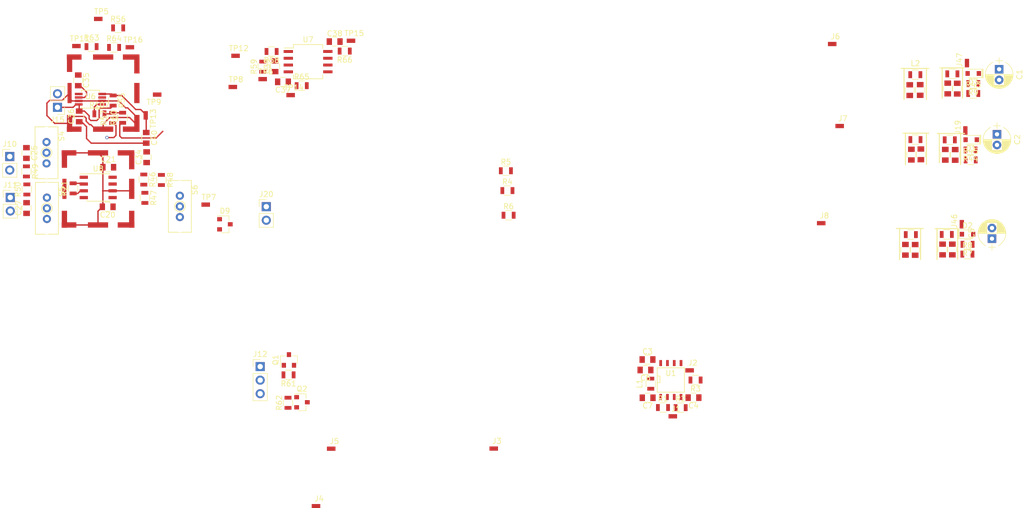
<source format=kicad_pcb>
(kicad_pcb (version 4) (host pcbnew 4.0.7)
  (layers (0 F.Cu signal) (31 B.Cu signal) (34 B.Paste user) (35 F.Paste user) (36 B.SilkS user) (37 F.SilkS user) (38 B.Mask user) (39 F.Mask user) (44 Edge.Cuts user))
  (net 0 "")
  (net 1 +5V)
  (net 2 GND)
  (net 3 +3V3)
  (net 4 -5V)
  (net 5 "Net-(C6-Pad1)")
  (net 6 "Net-(C7-Pad1)")
  (net 7 /sheet5A330121/V+_IN)
  (net 8 "Net-(C10-Pad1)")
  (net 9 "Net-(C11-Pad1)")
  (net 10 "Net-(C12-Pad1)")
  (net 11 "Net-(C13-Pad1)")
  (net 12 "Net-(C14-Pad1)")
  (net 13 "Net-(C15-Pad1)")
  (net 14 "Net-(C16-Pad1)")
  (net 15 /sheet5A330123/in-)
  (net 16 /sheet5A330123/in+)
  (net 17 "Net-(C34-Pad2)")
  (net 18 "Net-(C35-Pad2)")
  (net 19 /sheet5A330123/I_IN)
  (net 20 "Net-(C37-Pad1)")
  (net 21 "Net-(C38-Pad2)")
  (net 22 "Net-(C39-Pad1)")
  (net 23 "Net-(C39-Pad2)")
  (net 24 "Net-(C40-Pad1)")
  (net 25 "Net-(D1-Pad1)")
  (net 26 "Net-(D2-Pad2)")
  (net 27 "Net-(D3-Pad1)")
  (net 28 /sheet5A330123/amplifie_signal)
  (net 29 "Net-(J1-Pad1)")
  (net 30 /sheet5A330121/V-_IN)
  (net 31 /sheet5A330121/GND_IN)
  (net 32 "Net-(J17-Pad1)")
  (net 33 /REF)
  (net 34 "Net-(R7-Pad2)")
  (net 35 "Net-(R43-Pad1)")
  (net 36 "Net-(R21-Pad1)")
  (net 37 "Net-(R21-Pad2)")
  (net 38 "Net-(R44-Pad2)")
  (net 39 "Net-(R46-Pad1)")
  (net 40 "Net-(R46-Pad2)")
  (net 41 "Net-(R60-Pad1)")
  (net 42 "Net-(R64-Pad2)")
  (net 43 "Net-(S4-Pad2)")
  (net 44 "Net-(S5-Pad2)")
  (net 45 "Net-(U6-Pad5)")
  (net 46 "Net-(R107-Pad2)")
  (net 47 "Net-(R107-Pad1)")
  (module Capacitors_THT:CP_Radial_D5.0mm_P2.00mm (layer F.Cu) (at 270.5608 66.3194 270)
    (fp_text reference C1 (at 1 -3.81 270) (layer F.SilkS))
    (fp_text value 10u)
    (pad 1 thru_hole rect (at 0 0 270) (size 1.6 1.6) (drill 0.8) (layers *.Cu *.Mask) (net 1 +5V))
    (pad 2 thru_hole circle (at 2 0 270) (size 1.6 1.6) (drill 0.8) (layers *.Cu *.Mask) (net 2 GND))
  )
  (module Capacitors_THT:CP_Radial_D5.0mm_P2.00mm (layer F.Cu) (at 270.1544 78.5114 270)
    (fp_text reference C2 (at 1 -3.81 270) (layer F.SilkS))
    (fp_text value 10u)
    (pad 1 thru_hole rect (at 0 0 270) (size 1.6 1.6) (drill 0.8) (layers *.Cu *.Mask) (net 3 +3V3))
    (pad 2 thru_hole circle (at 2 0 270) (size 1.6 1.6) (drill 0.8) (layers *.Cu *.Mask) (net 2 GND))
  )
  (module Capacitors_SMD:C_0805 (layer F.Cu) (at 204.724 120.7262)
    (fp_text reference C3 (at 0 -1.5) (layer F.SilkS))
    (fp_text value 0.1u)
    (pad 1 smd rect (at -1 0) (size 1 1.25) (layers F.Cu F.Paste F.Mask) (net 2 GND))
    (pad 2 smd rect (at 1 0) (size 1 1.25) (layers F.Cu F.Paste F.Mask) (net 1 +5V))
  )
  (module Capacitors_SMD:C_0805 (layer F.Cu) (at 213.3346 127.8636 180)
    (fp_text reference C4 (at 0 -1.5 180) (layer F.SilkS))
    (fp_text value 0.1u)
    (pad 1 smd rect (at -1 0 180) (size 1 1.25) (layers F.Cu F.Paste F.Mask) (net 2 GND))
    (pad 2 smd rect (at 1 0 180) (size 1 1.25) (layers F.Cu F.Paste F.Mask) (net 4 -5V))
  )
  (module Capacitors_THT:CP_Radial_D5.0mm_P2.00mm (layer F.Cu) (at 269.2146 98.0694 90)
    (fp_text reference C5 (at 1 -3.81 90) (layer F.SilkS))
    (fp_text value 10u)
    (pad 1 thru_hole rect (at 0 0 90) (size 1.6 1.6) (drill 0.8) (layers *.Cu *.Mask) (net 2 GND))
    (pad 2 thru_hole circle (at 2 0 90) (size 1.6 1.6) (drill 0.8) (layers *.Cu *.Mask) (net 4 -5V))
  )
  (module Capacitors_SMD:C_0805 (layer F.Cu) (at 204.343 122.682 180)
    (fp_text reference C6 (at 0 -1.5 180) (layer F.SilkS))
    (fp_text value 0.1uF)
    (pad 1 smd rect (at -1 0 180) (size 1 1.25) (layers F.Cu F.Paste F.Mask) (net 5 "Net-(C6-Pad1)"))
    (pad 2 smd rect (at 1 0 180) (size 1 1.25) (layers F.Cu F.Paste F.Mask) (net 2 GND))
  )
  (module Capacitors_SMD:C_0805 (layer F.Cu) (at 204.7494 127.889 180)
    (fp_text reference C7 (at 0 -1.5 180) (layer F.SilkS))
    (fp_text value 0.1uF)
    (pad 1 smd rect (at -1 0 180) (size 1 1.25) (layers F.Cu F.Paste F.Mask) (net 6 "Net-(C7-Pad1)"))
    (pad 2 smd rect (at 1 0 180) (size 1 1.25) (layers F.Cu F.Paste F.Mask) (net 2 GND))
  )
  (module Capacitors_SMD:C_0805 (layer F.Cu) (at 253.8222 70.231 270)
    (fp_text reference C8 hide)
    (fp_text value 0.1uF hide)
    (pad 1 smd rect (at -1 0 270) (size 1 1.25) (layers F.Cu F.Paste F.Mask) (net 7 /sheet5A330121/V+_IN))
    (pad 2 smd rect (at 1 0 270) (size 1 1.25) (layers F.Cu F.Paste F.Mask) (net 2 GND))
  )
  (module Capacitors_SMD:C_0805 (layer F.Cu) (at 254.127 82.3214 270)
    (fp_text reference C9 hide)
    (fp_text value 0.1uF hide)
    (pad 1 smd rect (at -1 0 270) (size 1 1.25) (layers F.Cu F.Paste F.Mask) (net 7 /sheet5A330121/V+_IN))
    (pad 2 smd rect (at 1 0 270) (size 1 1.25) (layers F.Cu F.Paste F.Mask) (net 2 GND))
  )
  (module Capacitors_SMD:C_0805 (layer F.Cu) (at 254.8382 100.1776 270)
    (fp_text reference C10 hide)
    (fp_text value 0.1uF hide)
    (pad 1 smd rect (at -1 0 270) (size 1 1.25) (layers F.Cu F.Paste F.Mask) (net 8 "Net-(C10-Pad1)"))
    (pad 2 smd rect (at 1 0 270) (size 1 1.25) (layers F.Cu F.Paste F.Mask) (net 2 GND))
  )
  (module Capacitors_SMD:C_0805 (layer F.Cu) (at 255.778 70.2056 270)
    (fp_text reference C11 hide)
    (fp_text value 0.1uF hide)
    (pad 1 smd rect (at -1 0 270) (size 1 1.25) (layers F.Cu F.Paste F.Mask) (net 9 "Net-(C11-Pad1)"))
    (pad 2 smd rect (at 1 0 270) (size 1 1.25) (layers F.Cu F.Paste F.Mask) (net 2 GND))
  )
  (module Capacitors_SMD:C_0805 (layer F.Cu) (at 255.905 82.2706 270)
    (fp_text reference C12 hide)
    (fp_text value 0.1uF hide)
    (pad 1 smd rect (at -1 0 270) (size 1 1.25) (layers F.Cu F.Paste F.Mask) (net 10 "Net-(C12-Pad1)"))
    (pad 2 smd rect (at 1 0 270) (size 1 1.25) (layers F.Cu F.Paste F.Mask) (net 2 GND))
  )
  (module Capacitors_SMD:C_0805 (layer F.Cu) (at 253.0094 100.1522 270)
    (fp_text reference C13 hide)
    (fp_text value 0.1uF hide)
    (pad 1 smd rect (at -1 0 270) (size 1 1.25) (layers F.Cu F.Paste F.Mask) (net 11 "Net-(C13-Pad1)"))
    (pad 2 smd rect (at 1 0 270) (size 1 1.25) (layers F.Cu F.Paste F.Mask) (net 2 GND))
  )
  (module Capacitors_SMD:C_0805 (layer F.Cu) (at 259.969 100.1014 270)
    (fp_text reference C14 hide)
    (fp_text value 0.1uF hide)
    (pad 1 smd rect (at -1 0 270) (size 1 1.25) (layers F.Cu F.Paste F.Mask) (net 12 "Net-(C14-Pad1)"))
    (pad 2 smd rect (at 1 0 270) (size 1 1.25) (layers F.Cu F.Paste F.Mask) (net 2 GND))
  )
  (module Capacitors_SMD:C_0805 (layer F.Cu) (at 260.477 82.3468 270)
    (fp_text reference C15 hide)
    (fp_text value 0.1uF hide)
    (pad 1 smd rect (at -1 0 270) (size 1 1.25) (layers F.Cu F.Paste F.Mask) (net 13 "Net-(C15-Pad1)"))
    (pad 2 smd rect (at 1 0 270) (size 1 1.25) (layers F.Cu F.Paste F.Mask) (net 2 GND))
  )
  (module Capacitors_SMD:C_0805 (layer F.Cu) (at 260.9342 69.9262 270)
    (fp_text reference C16 hide)
    (fp_text value 0.1uF hide)
    (pad 1 smd rect (at -1 0 270) (size 1 1.25) (layers F.Cu F.Paste F.Mask) (net 14 "Net-(C16-Pad1)"))
    (pad 2 smd rect (at 1 0 270) (size 1 1.25) (layers F.Cu F.Paste F.Mask) (net 2 GND))
  )
  (module Capacitors_SMD:C_0805 (layer F.Cu) (at 261.7978 100.1014 270)
    (fp_text reference C17 hide)
    (fp_text value 0.1uF hide)
    (pad 1 smd rect (at -1 0 270) (size 1 1.25) (layers F.Cu F.Paste F.Mask) (net 4 -5V))
    (pad 2 smd rect (at 1 0 270) (size 1 1.25) (layers F.Cu F.Paste F.Mask) (net 2 GND))
  )
  (module Capacitors_SMD:C_0805 (layer F.Cu) (at 262.3312 82.3722 270)
    (fp_text reference C18 hide)
    (fp_text value 0.1uF hide)
    (pad 1 smd rect (at -1 0 270) (size 1 1.25) (layers F.Cu F.Paste F.Mask) (net 3 +3V3))
    (pad 2 smd rect (at 1 0 270) (size 1 1.25) (layers F.Cu F.Paste F.Mask) (net 2 GND))
  )
  (module Capacitors_SMD:C_0805 (layer F.Cu) (at 262.7122 69.9516 270)
    (fp_text reference C19 hide)
    (fp_text value 0.1uF hide)
    (pad 1 smd rect (at -1 0 270) (size 1 1.25) (layers F.Cu F.Paste F.Mask) (net 1 +5V))
    (pad 2 smd rect (at 1 0 270) (size 1 1.25) (layers F.Cu F.Paste F.Mask) (net 2 GND))
  )
  (module Capacitors_SMD:C_0805 (layer F.Cu) (at 103.6574 92.1004 180)
    (fp_text reference C20 (at 0 -1.5 180) (layer F.SilkS))
    (fp_text value 0.1u)
    (pad 1 smd rect (at -1 0 180) (size 1 1.25) (layers F.Cu F.Paste F.Mask) (net 4 -5V))
    (pad 2 smd rect (at 1 0 180) (size 1 1.25) (layers F.Cu F.Paste F.Mask) (net 2 GND))
  )
  (module Capacitors_SMD:C_0805 (layer F.Cu) (at 103.759 84.6836)
    (fp_text reference C21 (at 0 -1.5) (layer F.SilkS))
    (fp_text value 0.1u)
    (pad 1 smd rect (at -1 0) (size 1 1.25) (layers F.Cu F.Paste F.Mask) (net 2 GND))
    (pad 2 smd rect (at 1 0) (size 1 1.25) (layers F.Cu F.Paste F.Mask) (net 1 +5V))
  )
  (module Capacitors_SMD:C_0805 (layer F.Cu) (at 88.4428 82.0166 270)
    (fp_text reference C25 (at 0 -1.5 270) (layer F.SilkS))
    (fp_text value 10pF)
    (pad 1 smd rect (at -1 0 270) (size 1 1.25) (layers F.Cu F.Paste F.Mask) (net 2 GND))
    (pad 2 smd rect (at 1 0 270) (size 1 1.25) (layers F.Cu F.Paste F.Mask) (net 15 /sheet5A330123/in-))
  )
  (module Capacitors_SMD:C_0805 (layer F.Cu) (at 88.4682 92.329 90)
    (fp_text reference C27 (at 0 -1.5 90) (layer F.SilkS))
    (fp_text value 10pF)
    (pad 1 smd rect (at -1 0 90) (size 1 1.25) (layers F.Cu F.Paste F.Mask) (net 2 GND))
    (pad 2 smd rect (at 1 0 90) (size 1 1.25) (layers F.Cu F.Paste F.Mask) (net 16 /sheet5A330123/in+))
  )
  (module Capacitors_SMD:C_0805 (layer F.Cu) (at 110.9472 82.804 90)
    (fp_text reference C34 (at 0 -1.5 90) (layer F.SilkS))
    (fp_text value 200pF)
    (pad 1 smd rect (at -1 0 90) (size 1 1.25) (layers F.Cu F.Paste F.Mask) (net 2 GND))
    (pad 2 smd rect (at 1 0 90) (size 1 1.25) (layers F.Cu F.Paste F.Mask) (net 17 "Net-(C34-Pad2)"))
  )
  (module Capacitors_SMD:C_0805 (layer F.Cu) (at 98.1456 68.4022 270)
    (fp_text reference C35 (at 0 -1.5 270) (layer F.SilkS))
    (fp_text value 0.1u)
    (pad 1 smd rect (at -1 0 270) (size 1 1.25) (layers F.Cu F.Paste F.Mask) (net 2 GND))
    (pad 2 smd rect (at 1 0 270) (size 1 1.25) (layers F.Cu F.Paste F.Mask) (net 18 "Net-(C35-Pad2)"))
  )
  (module Capacitors_SMD:C_0805 (layer F.Cu) (at 98.3234 75.1586 90)
    (fp_text reference C36 (at 0 -1.5 90) (layer F.SilkS))
    (fp_text value 10pF)
    (pad 1 smd rect (at -1 0 90) (size 1 1.25) (layers F.Cu F.Paste F.Mask) (net 17 "Net-(C34-Pad2)"))
    (pad 2 smd rect (at 1 0 90) (size 1 1.25) (layers F.Cu F.Paste F.Mask) (net 19 /sheet5A330123/I_IN))
  )
  (module Capacitors_SMD:C_0805 (layer F.Cu) (at 136.4742 68.6816 180)
    (fp_text reference C37 (at 0 -1.5 180) (layer F.SilkS))
    (fp_text value 0.1u)
    (pad 1 smd rect (at -1 0 180) (size 1 1.25) (layers F.Cu F.Paste F.Mask) (net 20 "Net-(C37-Pad1)"))
    (pad 2 smd rect (at 1 0 180) (size 1 1.25) (layers F.Cu F.Paste F.Mask) (net 2 GND))
  )
  (module Capacitors_SMD:C_0805 (layer F.Cu) (at 146.1516 61.1378)
    (fp_text reference C38 (at 0 -1.5) (layer F.SilkS))
    (fp_text value 0.1u)
    (pad 1 smd rect (at -1 0) (size 1 1.25) (layers F.Cu F.Paste F.Mask) (net 2 GND))
    (pad 2 smd rect (at 1 0) (size 1 1.25) (layers F.Cu F.Paste F.Mask) (net 21 "Net-(C38-Pad2)"))
  )
  (module Capacitors_SMD:C_0805 (layer F.Cu) (at 135.001 65.7606 90)
    (fp_text reference C39 (at 0 -1.5 90) (layer F.SilkS))
    (fp_text value C)
    (pad 1 smd rect (at -1 0 90) (size 1 1.25) (layers F.Cu F.Paste F.Mask) (net 22 "Net-(C39-Pad1)"))
    (pad 2 smd rect (at 1 0 90) (size 1 1.25) (layers F.Cu F.Paste F.Mask) (net 23 "Net-(C39-Pad2)"))
  )
  (module Capacitors_SMD:C_0805 (layer F.Cu) (at 110.871 79.1718 270)
    (fp_text reference C40 (at 0 -1.5 270) (layer F.SilkS))
    (fp_text value 10pF)
    (pad 1 smd rect (at -1 0 270) (size 1 1.25) (layers F.Cu F.Paste F.Mask) (net 24 "Net-(C40-Pad1)"))
    (pad 2 smd rect (at 1 0 270) (size 1 1.25) (layers F.Cu F.Paste F.Mask) (net 17 "Net-(C34-Pad2)"))
  )
  (module Diodes_SMD:D_0805 (layer F.Cu) (at 265.3284 79.5274 180)
    (fp_text reference D1 (at 0 -1.6 180) (layer F.SilkS))
    (fp_text value LED)
    (pad 1 smd rect (at -1.05 0 180) (size 0.8 0.9) (layers F.Cu F.Paste F.Mask) (net 25 "Net-(D1-Pad1)"))
    (pad 2 smd rect (at 1.05 0 180) (size 0.8 0.9) (layers F.Cu F.Paste F.Mask) (net 3 +3V3))
  )
  (module Diodes_SMD:D_0805 (layer F.Cu) (at 264.6426 97.2312)
    (fp_text reference D2 (at 0 -1.6) (layer F.SilkS))
    (fp_text value LED)
    (pad 1 smd rect (at -1.05 0) (size 0.8 0.9) (layers F.Cu F.Paste F.Mask) (net 4 -5V))
    (pad 2 smd rect (at 1.05 0) (size 0.8 0.9) (layers F.Cu F.Paste F.Mask) (net 26 "Net-(D2-Pad2)"))
  )
  (module Diodes_SMD:D_0805 (layer F.Cu) (at 265.7094 67.1068 180)
    (fp_text reference D3 (at 0 -1.6 180) (layer F.SilkS))
    (fp_text value LED)
    (pad 1 smd rect (at -1.05 0 180) (size 0.8 0.9) (layers F.Cu F.Paste F.Mask) (net 27 "Net-(D3-Pad1)"))
    (pad 2 smd rect (at 1.05 0 180) (size 0.8 0.9) (layers F.Cu F.Paste F.Mask) (net 1 +5V))
  )
  (module TO_SOT_Packages_SMD:SOT-23 (layer F.Cu) (at 125.603 95.377)
    (fp_text reference D9 (at 0 -2.5) (layer F.SilkS))
    (fp_text value BAT54S)
    (pad 1 smd rect (at -1 -0.95) (size 0.9 0.8) (layers F.Cu F.Paste F.Mask) (net 2 GND))
    (pad 2 smd rect (at -1 0.95) (size 0.9 0.8) (layers F.Cu F.Paste F.Mask) (net 3 +3V3))
    (pad 3 smd rect (at 1 0) (size 0.9 0.8) (layers F.Cu F.Paste F.Mask) (net 28 /sheet5A330123/amplifie_signal))
  )
  (module footprints:tyco_RCU_0603_Probe_Pad (layer F.Cu) (at 210.058 129.4638)
    (fp_text reference J1 (at 0 0.5) (layer F.SilkS))
    (fp_text value vref-in)
    (pad 1 smd rect (at -0.6 1.9) (size 1.6 0.8) (layers F.Cu F.Paste F.Mask) (net 29 "Net-(J1-Pad1)"))
  )
  (module footprints:tyco_RCU_0603_Probe_Pad (layer F.Cu) (at 213.2076 120.8532)
    (fp_text reference J2 (at 0 0.5) (layer F.SilkS))
    (fp_text value vref)
    (pad 1 smd rect (at -0.6 1.9) (size 1.6 0.8) (layers F.Cu F.Paste F.Mask) (net 6 "Net-(C7-Pad1)"))
  )
  (module footprints:tyco_RCU_0603_Probe_Pad (layer F.Cu) (at 176.53 135.509)
    (fp_text reference J3 (at 0 0.5) (layer F.SilkS))
    (fp_text value V-IN)
    (pad 1 smd rect (at -0.6 1.9) (size 1.6 0.8) (layers F.Cu F.Paste F.Mask) (net 30 /sheet5A330121/V-_IN))
  )
  (module footprints:tyco_RCU_0603_Probe_Pad (layer F.Cu) (at 143.256 146.304)
    (fp_text reference J4 (at 0 0.5) (layer F.SilkS))
    (fp_text value GND)
    (pad 1 smd rect (at -0.6 1.9) (size 1.6 0.8) (layers F.Cu F.Paste F.Mask) (net 2 GND))
  )
  (module footprints:tyco_RCU_0603_Probe_Pad (layer F.Cu) (at 146.1008 135.5344)
    (fp_text reference J5 (at 0 0.5) (layer F.SilkS))
    (fp_text value V+IN)
    (pad 1 smd rect (at -0.6 1.9) (size 1.6 0.8) (layers F.Cu F.Paste F.Mask) (net 7 /sheet5A330121/V+_IN))
  )
  (module footprints:tyco_RCU_0603_Probe_Pad (layer F.Cu) (at 239.903 59.69)
    (fp_text reference J6 (at 0 0.5) (layer F.SilkS))
    (fp_text value +5V)
    (pad 1 smd rect (at -0.6 1.9) (size 1.6 0.8) (layers F.Cu F.Paste F.Mask) (net 1 +5V))
  )
  (module footprints:tyco_RCU_0603_Probe_Pad (layer F.Cu) (at 241.3 75.057)
    (fp_text reference J7 (at 0 0.5) (layer F.SilkS))
    (fp_text value +3V3)
    (pad 1 smd rect (at -0.6 1.9) (size 1.6 0.8) (layers F.Cu F.Paste F.Mask) (net 3 +3V3))
  )
  (module footprints:tyco_RCU_0603_Probe_Pad (layer F.Cu) (at 237.8456 93.2688)
    (fp_text reference J8 (at 0 0.5) (layer F.SilkS))
    (fp_text value -5V)
    (pad 1 smd rect (at -0.6 1.9) (size 1.6 0.8) (layers F.Cu F.Paste F.Mask) (net 4 -5V))
  )
  (module Pin_Headers:Pin_Header_Straight_1x02_Pitch2.54mm (layer F.Cu) (at 85.3186 82.677)
    (fp_text reference J10 (at 0 -2.33) (layer F.SilkS))
    (fp_text value "A IN")
    (pad 1 thru_hole rect (at 0 0) (size 1.7 1.7) (drill 1) (layers *.Cu *.Mask) (net 2 GND))
    (pad 2 thru_hole oval (at 0 2.54) (size 1.7 1.7) (drill 1) (layers *.Cu *.Mask) (net 15 /sheet5A330123/in-))
  )
  (module Pin_Headers:Pin_Header_Straight_1x02_Pitch2.54mm (layer F.Cu) (at 85.4202 90.3478)
    (fp_text reference J11 (at 0 -2.33) (layer F.SilkS))
    (fp_text value "B IN")
    (pad 1 thru_hole rect (at 0 0) (size 1.7 1.7) (drill 1) (layers *.Cu *.Mask) (net 16 /sheet5A330123/in+))
    (pad 2 thru_hole oval (at 0 2.54) (size 1.7 1.7) (drill 1) (layers *.Cu *.Mask) (net 2 GND))
  )
  (module Pin_Headers:Pin_Header_Straight_1x03_Pitch2.54mm (layer F.Cu) (at 132.207 122.047)
    (fp_text reference J12 (at 0 -2.33) (layer F.SilkS))
    (fp_text value POWER_IN)
    (pad 1 thru_hole rect (at 0 0) (size 1.7 1.7) (drill 1) (layers *.Cu *.Mask) (net 30 /sheet5A330121/V-_IN))
    (pad 2 thru_hole oval (at 0 2.54) (size 1.7 1.7) (drill 1) (layers *.Cu *.Mask) (net 31 /sheet5A330121/GND_IN))
    (pad 3 thru_hole oval (at 0 5.08) (size 1.7 1.7) (drill 1) (layers *.Cu *.Mask) (net 7 /sheet5A330121/V+_IN))
  )
  (module Pin_Headers:Pin_Header_Straight_1x02_Pitch2.54mm (layer F.Cu) (at 94.2594 73.4568 180)
    (fp_text reference J15 (at 0 -2.33 180) (layer F.SilkS))
    (fp_text value "I IN")
    (pad 1 thru_hole rect (at 0 0 180) (size 1.7 1.7) (drill 1) (layers *.Cu *.Mask) (net 19 /sheet5A330123/I_IN))
    (pad 2 thru_hole oval (at 0 2.54 180) (size 1.7 1.7) (drill 1) (layers *.Cu *.Mask) (net 2 GND))
  )
  (module footprints:SMS-201 (layer F.Cu) (at 96.012 63.5254)
    (fp_text reference J17 hide)
    (fp_text value RF_Shield_One_Piece hide)
    (pad 1 smd rect (at 6.7945 14.0208 90) (size 0.9906 3.7846) (layers F.Cu F.Paste F.Mask) (net 32 "Net-(J17-Pad1)"))
    (pad 1 smd rect (at 6.7945 0.508 90) (size 0.9906 3.7846) (layers F.Cu F.Paste F.Mask) (net 32 "Net-(J17-Pad1)"))
    (pad 1 smd rect (at 0.508 12.9413 180) (size 0.9906 3.175) (layers F.Cu F.Paste F.Mask) (net 32 "Net-(J17-Pad1)"))
    (pad 1 smd rect (at 1.3716 14.0208) (size 2.7432 0.9906) (layers F.Cu F.Paste F.Mask) (net 32 "Net-(J17-Pad1)"))
    (pad 1 smd rect (at 12.0396 14.0208 270) (size 0.9906 3.0988) (layers F.Cu F.Paste F.Mask) (net 32 "Net-(J17-Pad1)"))
    (pad 1 smd rect (at 13.1064 2 180) (size 0.9906 3.175) (layers F.Cu F.Paste F.Mask) (net 32 "Net-(J17-Pad1)"))
    (pad 1 smd rect (at 12.0396 0.508 270) (size 0.9906 3.0988) (layers F.Cu F.Paste F.Mask) (net 32 "Net-(J17-Pad1)"))
    (pad 1 smd rect (at 13.1064 12.9413) (size 0.9906 3.175) (layers F.Cu F.Paste F.Mask) (net 32 "Net-(J17-Pad1)"))
    (pad 1 smd rect (at 1.3716 0.508 90) (size 0.9906 2.7432) (layers F.Cu F.Paste F.Mask) (net 32 "Net-(J17-Pad1)"))
    (pad 1 smd rect (at 13.1064 7.2517) (size 0.9906 3.7846) (layers F.Cu F.Paste F.Mask) (net 32 "Net-(J17-Pad1)"))
    (pad 1 smd rect (at 0.508 7.2517) (size 0.762 3.7846) (layers F.Cu F.Paste F.Mask) (net 32 "Net-(J17-Pad1)"))
    (pad 1 smd rect (at 0.508 1.7145) (size 0.9906 3.175) (layers F.Cu F.Paste F.Mask) (net 32 "Net-(J17-Pad1)"))
  )
  (module footprints:tyco_RCU_0603_Probe_Pad (layer F.Cu) (at 262.3312 77.1906 90)
    (fp_text reference J19 (at 0 0.5 90) (layer F.SilkS))
    (fp_text value "+3V3 OUT")
    (pad 1 smd rect (at -0.6 1.9 90) (size 1.6 0.8) (layers F.Cu F.Paste F.Mask) (net 3 +3V3))
  )
  (module Pin_Headers:Pin_Header_Straight_1x02_Pitch2.54mm (layer F.Cu) (at 133.35 92.075)
    (fp_text reference J20 (at 0 -2.33) (layer F.SilkS))
    (fp_text value "AMP OUT")
    (pad 1 thru_hole rect (at 0 0) (size 1.7 1.7) (drill 1) (layers *.Cu *.Mask) (net 2 GND))
    (pad 2 thru_hole oval (at 0 2.54) (size 1.7 1.7) (drill 1) (layers *.Cu *.Mask) (net 28 /sheet5A330123/amplifie_signal))
  )
  (module footprints:SMS-201 (layer F.Cu) (at 95.0468 81.4832)
    (fp_text reference J38 hide)
    (fp_text value RF_Shield_One_Piece hide)
    (pad 1 smd rect (at 6.7945 14.0208 90) (size 0.9906 3.7846) (layers F.Cu F.Paste F.Mask) (net 2 GND))
    (pad 1 smd rect (at 6.7945 0.508 90) (size 0.9906 3.7846) (layers F.Cu F.Paste F.Mask) (net 2 GND))
    (pad 1 smd rect (at 0.508 12.9413 180) (size 0.9906 3.175) (layers F.Cu F.Paste F.Mask) (net 2 GND))
    (pad 1 smd rect (at 1.3716 14.0208) (size 2.7432 0.9906) (layers F.Cu F.Paste F.Mask) (net 2 GND))
    (pad 1 smd rect (at 12.0396 14.0208 270) (size 0.9906 3.0988) (layers F.Cu F.Paste F.Mask) (net 2 GND))
    (pad 1 smd rect (at 13.1064 2 180) (size 0.9906 3.175) (layers F.Cu F.Paste F.Mask) (net 2 GND))
    (pad 1 smd rect (at 12.0396 0.508 270) (size 0.9906 3.0988) (layers F.Cu F.Paste F.Mask) (net 2 GND))
    (pad 1 smd rect (at 13.1064 12.9413) (size 0.9906 3.175) (layers F.Cu F.Paste F.Mask) (net 2 GND))
    (pad 1 smd rect (at 1.3716 0.508 90) (size 0.9906 2.7432) (layers F.Cu F.Paste F.Mask) (net 2 GND))
    (pad 1 smd rect (at 13.1064 7.2517) (size 0.9906 3.7846) (layers F.Cu F.Paste F.Mask) (net 2 GND))
    (pad 1 smd rect (at 0.508 7.2517) (size 0.762 3.7846) (layers F.Cu F.Paste F.Mask) (net 2 GND))
    (pad 1 smd rect (at 0.508 1.7145) (size 0.9906 3.175) (layers F.Cu F.Paste F.Mask) (net 2 GND))
  )
  (module footprints:tyco_RCU_0603_Probe_Pad (layer F.Cu) (at 261.6708 94.7674 90)
    (fp_text reference J46 (at 0 0.5 90) (layer F.SilkS))
    (fp_text value "-5V OUT")
    (pad 1 smd rect (at -0.6 1.9 90) (size 1.6 0.8) (layers F.Cu F.Paste F.Mask) (net 4 -5V))
  )
  (module footprints:tyco_RCU_0603_Probe_Pad (layer F.Cu) (at 262.636 64.5668 90)
    (fp_text reference J47 (at 0 0.5 90) (layer F.SilkS))
    (fp_text value "+5V OUT")
    (pad 1 smd rect (at -0.6 1.9 90) (size 1.6 0.8) (layers F.Cu F.Paste F.Mask) (net 1 +5V))
  )
  (module TO_SOT_Packages_SMD:SOT-23 (layer F.Cu) (at 137.5918 120.8024 90)
    (fp_text reference Q1 (at 0 -2.5 90) (layer F.SilkS))
    (fp_text value DMN640L)
    (pad 1 smd rect (at -1 -0.95 90) (size 0.9 0.8) (layers F.Cu F.Paste F.Mask) (net 30 /sheet5A330121/V-_IN))
    (pad 2 smd rect (at -1 0.95 90) (size 0.9 0.8) (layers F.Cu F.Paste F.Mask) (net 31 /sheet5A330121/GND_IN))
    (pad 3 smd rect (at 1 0 90) (size 0.9 0.8) (layers F.Cu F.Paste F.Mask) (net 8 "Net-(C10-Pad1)"))
  )
  (module TO_SOT_Packages_SMD:SOT-23 (layer F.Cu) (at 140.0302 128.7272)
    (fp_text reference Q2 (at 0 -2.5) (layer F.SilkS))
    (fp_text value DMN640L)
    (pad 1 smd rect (at -1 -0.95) (size 0.9 0.8) (layers F.Cu F.Paste F.Mask) (net 31 /sheet5A330121/GND_IN))
    (pad 2 smd rect (at -1 0.95) (size 0.9 0.8) (layers F.Cu F.Paste F.Mask) (net 7 /sheet5A330121/V+_IN))
    (pad 3 smd rect (at 1 0) (size 0.9 0.8) (layers F.Cu F.Paste F.Mask) (net 2 GND))
  )
  (module Resistors_SMD:R_0805 (layer F.Cu) (at 207.6196 129.7178)
    (fp_text reference R1 (at 0 -1.65) (layer F.SilkS))
    (fp_text value 10K)
    (pad 1 smd rect (at -0.95 0) (size 0.7 1.3) (layers F.Cu F.Paste F.Mask) (net 3 +3V3))
    (pad 2 smd rect (at 0.95 0) (size 0.7 1.3) (layers F.Cu F.Paste F.Mask) (net 29 "Net-(J1-Pad1)"))
  )
  (module Resistors_SMD:R_0805 (layer F.Cu) (at 210.9216 129.7432)
    (fp_text reference R2 (at 0 -1.65) (layer F.SilkS))
    (fp_text value 10K)
    (pad 1 smd rect (at -0.95 0) (size 0.7 1.3) (layers F.Cu F.Paste F.Mask) (net 29 "Net-(J1-Pad1)"))
    (pad 2 smd rect (at 0.95 0) (size 0.7 1.3) (layers F.Cu F.Paste F.Mask) (net 2 GND))
  )
  (module Resistors_SMD:R_0805 (layer F.Cu) (at 213.7156 124.5616 180)
    (fp_text reference R3 (at 0 -1.65 180) (layer F.SilkS))
    (fp_text value 0)
    (pad 1 smd rect (at -0.95 0 180) (size 0.7 1.3) (layers F.Cu F.Paste F.Mask) (net 33 /REF))
    (pad 2 smd rect (at 0.95 0 180) (size 0.7 1.3) (layers F.Cu F.Paste F.Mask) (net 6 "Net-(C7-Pad1)"))
  )
  (module Resistors_SMD:R_0805 (layer F.Cu) (at 178.494801 89.0578)
    (fp_text reference R4 (at 0 -1.65) (layer F.SilkS))
    (fp_text value 0)
    (pad 1 smd rect (at -0.95 0) (size 0.7 1.3) (layers F.Cu F.Paste F.Mask) (net 1 +5V))
    (pad 2 smd rect (at 0.95 0) (size 0.7 1.3) (layers F.Cu F.Paste F.Mask) (net 1 +5V))
  )
  (module Resistors_SMD:R_0805 (layer F.Cu) (at 178.2064 85.344)
    (fp_text reference R5 (at 0 -1.65) (layer F.SilkS))
    (fp_text value 0)
    (pad 1 smd rect (at -0.95 0) (size 0.7 1.3) (layers F.Cu F.Paste F.Mask) (net 4 -5V))
    (pad 2 smd rect (at 0.95 0) (size 0.7 1.3) (layers F.Cu F.Paste F.Mask) (net 4 -5V))
  )
  (module Resistors_SMD:R_0805 (layer F.Cu) (at 178.7144 93.6752)
    (fp_text reference R6 (at 0 -1.65) (layer F.SilkS))
    (fp_text value 0)
    (pad 1 smd rect (at -0.95 0) (size 0.7 1.3) (layers F.Cu F.Paste F.Mask) (net 3 +3V3))
    (pad 2 smd rect (at 0.95 0) (size 0.7 1.3) (layers F.Cu F.Paste F.Mask) (net 3 +3V3))
  )
  (module Resistors_SMD:R_0805 (layer F.Cu) (at 264.6426 99.1362 180)
    (fp_text reference R7 (at 0 -1.65 180) (layer F.SilkS))
    (fp_text value 100)
    (pad 1 smd rect (at -0.95 0 180) (size 0.7 1.3) (layers F.Cu F.Paste F.Mask) (net 26 "Net-(D2-Pad2)"))
    (pad 2 smd rect (at 0.95 0 180) (size 0.7 1.3) (layers F.Cu F.Paste F.Mask) (net 34 "Net-(R7-Pad2)"))
  )
  (module Resistors_SMD:R_0805 (layer F.Cu) (at 264.6172 100.965)
    (fp_text reference R8 (at 0 -1.65) (layer F.SilkS))
    (fp_text value 100)
    (pad 1 smd rect (at -0.95 0) (size 0.7 1.3) (layers F.Cu F.Paste F.Mask) (net 34 "Net-(R7-Pad2)"))
    (pad 2 smd rect (at 0.95 0) (size 0.7 1.3) (layers F.Cu F.Paste F.Mask) (net 2 GND))
  )
  (module Resistors_SMD:R_0805 (layer F.Cu) (at 265.7094 69.0118 180)
    (fp_text reference R9 (at 0 -1.65 180) (layer F.SilkS))
    (fp_text value 100)
    (pad 1 smd rect (at -0.95 0 180) (size 0.7 1.3) (layers F.Cu F.Paste F.Mask) (net 27 "Net-(D3-Pad1)"))
    (pad 2 smd rect (at 0.95 0 180) (size 0.7 1.3) (layers F.Cu F.Paste F.Mask) (net 35 "Net-(R43-Pad1)"))
  )
  (module Resistors_SMD:R_0805 (layer F.Cu) (at 97.1804 88.646 90)
    (fp_text reference R21 (at 0 -1.65 90) (layer F.SilkS))
    (fp_text value 6.04)
    (pad 1 smd rect (at -0.95 0 90) (size 0.7 1.3) (layers F.Cu F.Paste F.Mask) (net 36 "Net-(R21-Pad1)"))
    (pad 2 smd rect (at 0.95 0 90) (size 0.7 1.3) (layers F.Cu F.Paste F.Mask) (net 37 "Net-(R21-Pad2)"))
  )
  (module Resistors_SMD:R_0805 (layer F.Cu) (at 265.7094 70.866)
    (fp_text reference R43 (at 0 -1.65) (layer F.SilkS))
    (fp_text value 100)
    (pad 1 smd rect (at -0.95 0) (size 0.7 1.3) (layers F.Cu F.Paste F.Mask) (net 35 "Net-(R43-Pad1)"))
    (pad 2 smd rect (at 0.95 0) (size 0.7 1.3) (layers F.Cu F.Paste F.Mask) (net 2 GND))
  )
  (module Resistors_SMD:R_0805 (layer F.Cu) (at 265.2014 81.4578 180)
    (fp_text reference R44 (at 0 -1.65 180) (layer F.SilkS))
    (fp_text value 100)
    (pad 1 smd rect (at -0.95 0 180) (size 0.7 1.3) (layers F.Cu F.Paste F.Mask) (net 25 "Net-(D1-Pad1)"))
    (pad 2 smd rect (at 0.95 0 180) (size 0.7 1.3) (layers F.Cu F.Paste F.Mask) (net 38 "Net-(R44-Pad2)"))
  )
  (module Resistors_SMD:R_0805 (layer F.Cu) (at 265.2268 83.312)
    (fp_text reference R45 (at 0 -1.65) (layer F.SilkS))
    (fp_text value 100)
    (pad 1 smd rect (at -0.95 0) (size 0.7 1.3) (layers F.Cu F.Paste F.Mask) (net 38 "Net-(R44-Pad2)"))
    (pad 2 smd rect (at 0.95 0) (size 0.7 1.3) (layers F.Cu F.Paste F.Mask) (net 2 GND))
  )
  (module Resistors_SMD:R_0805 (layer F.Cu) (at 110.4138 86.995 270)
    (fp_text reference R46 (at 0 -1.65 270) (layer F.SilkS))
    (fp_text value 10k)
    (pad 1 smd rect (at -0.95 0 270) (size 0.7 1.3) (layers F.Cu F.Paste F.Mask) (net 39 "Net-(R46-Pad1)"))
    (pad 2 smd rect (at 0.95 0 270) (size 0.7 1.3) (layers F.Cu F.Paste F.Mask) (net 40 "Net-(R46-Pad2)"))
  )
  (module Resistors_SMD:R_0805 (layer F.Cu) (at 110.617 90.424 270)
    (fp_text reference R47 (at 0 -1.65 270) (layer F.SilkS))
    (fp_text value 100)
    (pad 1 smd rect (at -0.95 0 270) (size 0.7 1.3) (layers F.Cu F.Paste F.Mask) (net 40 "Net-(R46-Pad2)"))
    (pad 2 smd rect (at 0.95 0 270) (size 0.7 1.3) (layers F.Cu F.Paste F.Mask) (net 2 GND))
  )
  (module Resistors_SMD:R_0805 (layer F.Cu) (at 113.7158 87.0712 270)
    (fp_text reference R48 (at 0 -1.65 270) (layer F.SilkS))
    (fp_text value 1M)
    (pad 1 smd rect (at -0.95 0 270) (size 0.7 1.3) (layers F.Cu F.Paste F.Mask) (net 39 "Net-(R46-Pad1)"))
    (pad 2 smd rect (at 0.95 0 270) (size 0.7 1.3) (layers F.Cu F.Paste F.Mask) (net 40 "Net-(R46-Pad2)"))
  )
  (module Resistors_SMD:R_0805 (layer F.Cu) (at 88.4428 85.471 270)
    (fp_text reference R49 (at 0 -1.65 270) (layer F.SilkS))
    (fp_text value 10M)
    (pad 1 smd rect (at -0.95 0 270) (size 0.7 1.3) (layers F.Cu F.Paste F.Mask) (net 15 /sheet5A330123/in-))
    (pad 2 smd rect (at 0.95 0 270) (size 0.7 1.3) (layers F.Cu F.Paste F.Mask) (net 2 GND))
  )
  (module Resistors_SMD:R_0805 (layer F.Cu) (at 88.519 88.8492 90)
    (fp_text reference R50 (at 0 -1.65 90) (layer F.SilkS))
    (fp_text value 10M)
    (pad 1 smd rect (at -0.95 0 90) (size 0.7 1.3) (layers F.Cu F.Paste F.Mask) (net 16 /sheet5A330123/in+))
    (pad 2 smd rect (at 0.95 0 90) (size 0.7 1.3) (layers F.Cu F.Paste F.Mask) (net 2 GND))
  )
  (module Resistors_SMD:R_0805 (layer F.Cu) (at 104.6734 72.1868 270)
    (fp_text reference R55 (at 0 -1.65 270) (layer F.SilkS))
    (fp_text value 1M)
    (pad 1 smd rect (at -0.95 0 270) (size 0.7 1.3) (layers F.Cu F.Paste F.Mask) (net 24 "Net-(C40-Pad1)"))
    (pad 2 smd rect (at 0.95 0 270) (size 0.7 1.3) (layers F.Cu F.Paste F.Mask) (net 19 /sheet5A330123/I_IN))
  )
  (module Resistors_SMD:R_0805 (layer F.Cu) (at 105.6132 58.5724)
    (fp_text reference R56 (at 0 -1.65) (layer F.SilkS))
    (fp_text value 0)
    (pad 1 smd rect (at -0.95 0) (size 0.7 1.3) (layers F.Cu F.Paste F.Mask) (net 32 "Net-(J17-Pad1)"))
    (pad 2 smd rect (at 0.95 0) (size 0.7 1.3) (layers F.Cu F.Paste F.Mask) (net 2 GND))
  )
  (module Resistors_SMD:R_0805 (layer F.Cu) (at 104.5972 75.438 90)
    (fp_text reference R57 (at 0 -1.65 90) (layer F.SilkS))
    (fp_text value 0)
    (pad 1 smd rect (at -0.95 0 90) (size 0.7 1.3) (layers F.Cu F.Paste F.Mask) (net 2 GND))
    (pad 2 smd rect (at 0.95 0 90) (size 0.7 1.3) (layers F.Cu F.Paste F.Mask) (net 46 "Net-(R107-Pad2)"))
  )
  (module Resistors_SMD:R_0805 (layer F.Cu) (at 134.3406 62.992 180)
    (fp_text reference R58 (at 0 -1.65 180) (layer F.SilkS))
    (fp_text value 100)
    (pad 1 smd rect (at -0.95 0 180) (size 0.7 1.3) (layers F.Cu F.Paste F.Mask) (net 23 "Net-(C39-Pad2)"))
    (pad 2 smd rect (at 0.95 0 180) (size 0.7 1.3) (layers F.Cu F.Paste F.Mask) (net 32 "Net-(J17-Pad1)"))
  )
  (module Resistors_SMD:R_0805 (layer F.Cu) (at 132.6896 65.8368 90)
    (fp_text reference R59 (at 0 -1.65 90) (layer F.SilkS))
    (fp_text value R)
    (pad 1 smd rect (at -0.95 0 90) (size 0.7 1.3) (layers F.Cu F.Paste F.Mask) (net 22 "Net-(C39-Pad1)"))
    (pad 2 smd rect (at 0.95 0 90) (size 0.7 1.3) (layers F.Cu F.Paste F.Mask) (net 23 "Net-(C39-Pad2)"))
  )
  (module Resistors_SMD:R_0805 (layer F.Cu) (at 106.4514 75.4126 90)
    (fp_text reference R60 (at 0 -1.65 90) (layer F.SilkS))
    (fp_text value 10K)
    (pad 1 smd rect (at -0.95 0 90) (size 0.7 1.3) (layers F.Cu F.Paste F.Mask) (net 41 "Net-(R60-Pad1)"))
    (pad 2 smd rect (at 0.95 0 90) (size 0.7 1.3) (layers F.Cu F.Paste F.Mask) (net 46 "Net-(R107-Pad2)"))
  )
  (module Resistors_SMD:R_0805 (layer F.Cu) (at 137.5156 123.5964 180)
    (fp_text reference R61 (at 0 -1.65 180) (layer F.SilkS))
    (fp_text value 0)
    (pad 1 smd rect (at -0.95 0 180) (size 0.7 1.3) (layers F.Cu F.Paste F.Mask) (net 8 "Net-(C10-Pad1)"))
    (pad 2 smd rect (at 0.95 0 180) (size 0.7 1.3) (layers F.Cu F.Paste F.Mask) (net 30 /sheet5A330121/V-_IN))
  )
  (module Resistors_SMD:R_0805 (layer F.Cu) (at 137.414 128.8288 90)
    (fp_text reference R62 (at 0 -1.65 90) (layer F.SilkS))
    (fp_text value 0)
    (pad 1 smd rect (at -0.95 0 90) (size 0.7 1.3) (layers F.Cu F.Paste F.Mask) (net 2 GND))
    (pad 2 smd rect (at 0.95 0 90) (size 0.7 1.3) (layers F.Cu F.Paste F.Mask) (net 31 /sheet5A330121/GND_IN))
  )
  (module Resistors_SMD:R_0805 (layer F.Cu) (at 100.6348 62.0776)
    (fp_text reference R63 (at 0 -1.65) (layer F.SilkS))
    (fp_text value 0)
    (pad 1 smd rect (at -0.95 0) (size 0.7 1.3) (layers F.Cu F.Paste F.Mask) (net 18 "Net-(C35-Pad2)"))
    (pad 2 smd rect (at 0.95 0) (size 0.7 1.3) (layers F.Cu F.Paste F.Mask) (net 1 +5V))
  )
  (module Resistors_SMD:R_0805 (layer F.Cu) (at 104.8512 62.23)
    (fp_text reference R64 (at 0 -1.65) (layer F.SilkS))
    (fp_text value 0)
    (pad 1 smd rect (at -0.95 0) (size 0.7 1.3) (layers F.Cu F.Paste F.Mask) (net 2 GND))
    (pad 2 smd rect (at 0.95 0) (size 0.7 1.3) (layers F.Cu F.Paste F.Mask) (net 42 "Net-(R64-Pad2)"))
  )
  (module Resistors_SMD:R_0805 (layer F.Cu) (at 139.9794 69.3928)
    (fp_text reference R65 (at 0 -1.65) (layer F.SilkS))
    (fp_text value 0)
    (pad 1 smd rect (at -0.95 0) (size 0.7 1.3) (layers F.Cu F.Paste F.Mask) (net 20 "Net-(C37-Pad1)"))
    (pad 2 smd rect (at 0.95 0) (size 0.7 1.3) (layers F.Cu F.Paste F.Mask) (net 4 -5V))
  )
  (module Resistors_SMD:R_0805 (layer F.Cu) (at 148.0312 62.9158 180)
    (fp_text reference R66 (at 0 -1.65 180) (layer F.SilkS))
    (fp_text value R)
    (pad 1 smd rect (at -0.95 0 180) (size 0.7 1.3) (layers F.Cu F.Paste F.Mask) (net 1 +5V))
    (pad 2 smd rect (at 0.95 0 180) (size 0.7 1.3) (layers F.Cu F.Paste F.Mask) (net 21 "Net-(C38-Pad2)"))
  )
  (module footprints:SPDT_OS102011MS2QN1 (layer F.Cu) (at 92.202 81.9658 270)
    (fp_text reference S4 (at -3.1 -2.8 270) (layer F.SilkS))
    (fp_text value "A / I SEL")
    (pad 1 thru_hole circle (at -2 0 270) (size 1.524 1.524) (drill 0.8) (layers *.Cu *.Mask) (net 24 "Net-(C40-Pad1)"))
    (pad 2 thru_hole circle (at 0 0 270) (size 1.524 1.524) (drill 0.8) (layers *.Cu *.Mask) (net 43 "Net-(S4-Pad2)"))
    (pad 3 thru_hole circle (at 2 0 270) (size 1.524 1.524) (drill 0.8) (layers *.Cu *.Mask) (net 15 /sheet5A330123/in-))
    (pad "" np_thru_hole circle (at -4.1 0 270) (size 1.5 1.5) (drill 1.5) (layers *.Cu *.Mask))
    (pad "" np_thru_hole circle (at 4.1 0 270) (size 1.5 1.5) (drill 1.5) (layers *.Cu *.Mask))
  )
  (module footprints:SPDT_OS102011MS2QN1 (layer F.Cu) (at 92.2782 92.3798 270)
    (fp_text reference S5 (at -3.1 -2.8 270) (layer F.SilkS))
    (fp_text value "B SEL")
    (pad 1 thru_hole circle (at -2 0 270) (size 1.524 1.524) (drill 0.8) (layers *.Cu *.Mask) (net 16 /sheet5A330123/in+))
    (pad 2 thru_hole circle (at 0 0 270) (size 1.524 1.524) (drill 0.8) (layers *.Cu *.Mask) (net 44 "Net-(S5-Pad2)"))
    (pad 3 thru_hole circle (at 2 0 270) (size 1.524 1.524) (drill 0.8) (layers *.Cu *.Mask) (net 2 GND))
    (pad "" np_thru_hole circle (at -4.1 0 270) (size 1.5 1.5) (drill 1.5) (layers *.Cu *.Mask))
    (pad "" np_thru_hole circle (at 4.1 0 270) (size 1.5 1.5) (drill 1.5) (layers *.Cu *.Mask))
  )
  (module footprints:SPDT_OS102011MS2QN1 (layer F.Cu) (at 117.1702 92.0242 270)
    (fp_text reference S6 (at -3.1 -2.8 270) (layer F.SilkS))
    (fp_text value "LNA GAIN SEL")
    (pad 1 thru_hole circle (at -2 0 270) (size 1.524 1.524) (drill 0.8) (layers *.Cu *.Mask) (net 39 "Net-(R46-Pad1)"))
    (pad 2 thru_hole circle (at 0 0 270) (size 1.524 1.524) (drill 0.8) (layers *.Cu *.Mask) (net 28 /sheet5A330123/amplifie_signal))
    (pad 3 thru_hole circle (at 2 0 270) (size 1.524 1.524) (drill 0.8) (layers *.Cu *.Mask) (net 40 "Net-(R46-Pad2)"))
    (pad "" np_thru_hole circle (at -4.1 0 270) (size 1.5 1.5) (drill 1.5) (layers *.Cu *.Mask))
    (pad "" np_thru_hole circle (at 4.1 0 270) (size 1.5 1.5) (drill 1.5) (layers *.Cu *.Mask))
  )
  (module footprints:tyco_RCU_0603_Probe_Pad (layer F.Cu) (at 102.489 54.991)
    (fp_text reference TP5 (at 0 0.5) (layer F.SilkS))
    (fp_text value "CURRENT GUARD")
    (pad 1 smd rect (at -0.6 1.9) (size 1.6 0.8) (layers F.Cu F.Paste F.Mask) (net 32 "Net-(J17-Pad1)"))
  )
  (module footprints:tyco_RCU_0603_Probe_Pad (layer F.Cu) (at 133.2738 66.2686)
    (fp_text reference TP6 (at 0 0.5) (layer F.SilkS))
    (fp_text value "CURRENT GUARD FB")
    (pad 1 smd rect (at -0.6 1.9) (size 1.6 0.8) (layers F.Cu F.Paste F.Mask) (net 22 "Net-(C39-Pad1)"))
  )
  (module footprints:tyco_RCU_0603_Probe_Pad (layer F.Cu) (at 122.6058 89.789)
    (fp_text reference TP7 (at 0 0.5) (layer F.SilkS))
    (fp_text value "LNA OUT")
    (pad 1 smd rect (at -0.6 1.9) (size 1.6 0.8) (layers F.Cu F.Paste F.Mask) (net 28 /sheet5A330123/amplifie_signal))
  )
  (module footprints:tyco_RCU_0603_Probe_Pad (layer F.Cu) (at 127.6858 67.7418)
    (fp_text reference TP8 (at 0 0.5) (layer F.SilkS))
    (fp_text value "TIA GUARD BUFF IN")
    (pad 1 smd rect (at -0.6 1.9) (size 1.6 0.8) (layers F.Cu F.Paste F.Mask) (net 41 "Net-(R60-Pad1)"))
  )
  (module footprints:tyco_RCU_0603_Probe_Pad (layer F.Cu) (at 112.3188 72.9742 180)
    (fp_text reference TP9 (at 0 0.5 180) (layer F.SilkS))
    (fp_text value "TIA REF")
    (pad 1 smd rect (at -0.6 1.9 180) (size 1.6 0.8) (layers F.Cu F.Paste F.Mask) (net 46 "Net-(R107-Pad2)"))
  )
  (module footprints:tyco_RCU_0603_Probe_Pad (layer F.Cu) (at 98.3996 60.071)
    (fp_text reference TP11 (at 0 0.5) (layer F.SilkS))
    (fp_text value TIAV+)
    (pad 1 smd rect (at -0.6 1.9) (size 1.6 0.8) (layers F.Cu F.Paste F.Mask) (net 18 "Net-(C35-Pad2)"))
  )
  (module footprints:tyco_RCU_0603_Probe_Pad (layer F.Cu) (at 128.1938 61.8998)
    (fp_text reference TP12 (at 0 0.5) (layer F.SilkS))
    (fp_text value GBUFFOUT)
    (pad 1 smd rect (at -0.6 1.9) (size 1.6 0.8) (layers F.Cu F.Paste F.Mask) (net 23 "Net-(C39-Pad2)"))
  )
  (module footprints:tyco_RCU_0603_Probe_Pad (layer F.Cu) (at 112.6744 75.565 270)
    (fp_text reference TP13 (at 0 0.5 270) (layer F.SilkS))
    (fp_text value TIA_OUT)
    (pad 1 smd rect (at -0.6 1.9 270) (size 1.6 0.8) (layers F.Cu F.Paste F.Mask) (net 24 "Net-(C40-Pad1)"))
  )
  (module footprints:tyco_RCU_0603_Probe_Pad (layer F.Cu) (at 138.5062 69.2658)
    (fp_text reference TP14 (at 0 0.5) (layer F.SilkS))
    (fp_text value GBUFV-)
    (pad 1 smd rect (at -0.6 1.9) (size 1.6 0.8) (layers F.Cu F.Paste F.Mask) (net 20 "Net-(C37-Pad1)"))
  )
  (module footprints:tyco_RCU_0603_Probe_Pad (layer F.Cu) (at 149.8092 59.0804)
    (fp_text reference TP15 (at 0 0.5) (layer F.SilkS))
    (fp_text value GBUFFV+)
    (pad 1 smd rect (at -0.6 1.9) (size 1.6 0.8) (layers F.Cu F.Paste F.Mask) (net 21 "Net-(C38-Pad2)"))
  )
  (module footprints:tyco_RCU_0603_Probe_Pad (layer F.Cu) (at 108.4072 60.2996)
    (fp_text reference TP16 (at 0 0.5) (layer F.SilkS))
    (fp_text value TIAV-)
    (pad 1 smd rect (at -0.6 1.9) (size 1.6 0.8) (layers F.Cu F.Paste F.Mask) (net 42 "Net-(R64-Pad2)"))
  )
  (module SMD_Packages:SOIC-8-N (layer F.Cu) (at 209.0928 124.5616)
    (fp_text reference U1 (at 0 -1.27) (layer F.SilkS))
    (fp_text value LM833)
    (pad 8 smd rect (at -1.905 -3.175) (size 0.508 1.143) (layers F.Cu F.Paste F.Mask) (net 1 +5V))
    (pad 7 smd rect (at -0.635 -3.175) (size 0.508 1.143) (layers F.Cu F.Paste F.Mask))
    (pad 6 smd rect (at 0.635 -3.175) (size 0.508 1.143) (layers F.Cu F.Paste F.Mask))
    (pad 5 smd rect (at 1.905 -3.175) (size 0.508 1.143) (layers F.Cu F.Paste F.Mask))
    (pad 4 smd rect (at 1.905 3.175) (size 0.508 1.143) (layers F.Cu F.Paste F.Mask) (net 4 -5V))
    (pad 3 smd rect (at 0.635 3.175) (size 0.508 1.143) (layers F.Cu F.Paste F.Mask) (net 29 "Net-(J1-Pad1)"))
    (pad 2 smd rect (at -0.635 3.175) (size 0.508 1.143) (layers F.Cu F.Paste F.Mask) (net 5 "Net-(C6-Pad1)"))
    (pad 1 smd rect (at -1.905 3.175) (size 0.508 1.143) (layers F.Cu F.Paste F.Mask) (net 6 "Net-(C7-Pad1)"))
  )
  (module Housings_SOIC:SO-8_5.3x6.2mm_Pitch1.27mm (layer F.Cu) (at 141.1732 64.897)
    (fp_text reference U7 (at 0 -4.13) (layer F.SilkS))
    (fp_text value LM833)
    (pad 1 smd rect (at -3.7 -1.905) (size 1.75 0.55) (layers F.Cu F.Paste F.Mask) (net 23 "Net-(C39-Pad2)"))
    (pad 2 smd rect (at -3.7 -0.635) (size 1.75 0.55) (layers F.Cu F.Paste F.Mask) (net 22 "Net-(C39-Pad1)"))
    (pad 3 smd rect (at -3.7 0.635) (size 1.75 0.55) (layers F.Cu F.Paste F.Mask) (net 41 "Net-(R60-Pad1)"))
    (pad 4 smd rect (at -3.7 1.905) (size 1.75 0.55) (layers F.Cu F.Paste F.Mask) (net 20 "Net-(C37-Pad1)"))
    (pad 5 smd rect (at 3.7 1.905) (size 1.75 0.55) (layers F.Cu F.Paste F.Mask))
    (pad 6 smd rect (at 3.7 0.635) (size 1.75 0.55) (layers F.Cu F.Paste F.Mask))
    (pad 7 smd rect (at 3.7 -0.635) (size 1.75 0.55) (layers F.Cu F.Paste F.Mask))
    (pad 8 smd rect (at 3.7 -1.905) (size 1.75 0.55) (layers F.Cu F.Paste F.Mask) (net 21 "Net-(C38-Pad2)"))
  )
  (module Housings_SOIC:SOIC-8_3.9x4.9mm_Pitch1.27mm (layer F.Cu) (at 101.8794 88.4682)
    (fp_text reference U8 (at 0 -3.5) (layer F.SilkS))
    (fp_text value AD8429)
    (pad 1 smd rect (at -2.7 -1.905) (size 1.55 0.6) (layers F.Cu F.Paste F.Mask) (net 43 "Net-(S4-Pad2)"))
    (pad 2 smd rect (at -2.7 -0.635) (size 1.55 0.6) (layers F.Cu F.Paste F.Mask) (net 37 "Net-(R21-Pad2)"))
    (pad 3 smd rect (at -2.7 0.635) (size 1.55 0.6) (layers F.Cu F.Paste F.Mask) (net 36 "Net-(R21-Pad1)"))
    (pad 4 smd rect (at -2.7 1.905) (size 1.55 0.6) (layers F.Cu F.Paste F.Mask) (net 44 "Net-(S5-Pad2)"))
    (pad 5 smd rect (at 2.7 1.905) (size 1.55 0.6) (layers F.Cu F.Paste F.Mask) (net 4 -5V))
    (pad 6 smd rect (at 2.7 0.635) (size 1.55 0.6) (layers F.Cu F.Paste F.Mask) (net 2 GND))
    (pad 7 smd rect (at 2.7 -0.635) (size 1.55 0.6) (layers F.Cu F.Paste F.Mask) (net 39 "Net-(R46-Pad1)"))
    (pad 8 smd rect (at 2.7 -1.905) (size 1.55 0.6) (layers F.Cu F.Paste F.Mask) (net 1 +5V))
  )
  (module Housings_SSOP:MSOP-8_3x3mm_Pitch0.65mm (layer F.Cu) (at 100.4316 71.9328 180)
    (fp_text reference U6 (at 0 0.508 180) (layer F.SilkS))
    (fp_text value lmp7721)
    (pad 1 smd rect (at -2.2 -0.975 180) (size 1.45 0.45) (layers F.Cu F.Paste F.Mask) (net 47 "Net-(R107-Pad1)"))
    (pad 2 smd rect (at -2.2 -0.325 180) (size 1.45 0.45) (layers F.Cu F.Paste F.Mask) (net 32 "Net-(J17-Pad1)"))
    (pad 3 smd rect (at -2.2 0.325 180) (size 1.45 0.45) (layers F.Cu F.Paste F.Mask) (net 42 "Net-(R64-Pad2)"))
    (pad 4 smd rect (at -2.2 0.975 180) (size 1.45 0.45) (layers F.Cu F.Paste F.Mask) (net 24 "Net-(C40-Pad1)"))
    (pad 5 smd rect (at 2.2 0.975 180) (size 1.45 0.45) (layers F.Cu F.Paste F.Mask) (net 45 "Net-(U6-Pad5)"))
    (pad 6 smd rect (at 2.2 0.325 180) (size 1.45 0.45) (layers F.Cu F.Paste F.Mask) (net 18 "Net-(C35-Pad2)"))
    (pad 7 smd rect (at 2.2 -0.325 180) (size 1.45 0.45) (layers F.Cu F.Paste F.Mask) (net 32 "Net-(J17-Pad1)"))
    (pad 8 smd rect (at 2.2 -0.975 180) (size 1.45 0.45) (layers F.Cu F.Paste F.Mask) (net 19 /sheet5A330123/I_IN))
  )
  (module Resistors_SMD:R_0805 (layer F.Cu) (at 102.108 74.676)
    (fp_text reference R107 (at 0 -1.65) (layer F.SilkS))
    (fp_text value 0)
    (pad 1 smd rect (at -0.95 0) (size 0.7 1.3) (layers F.Cu F.Paste F.Mask) (net 47 "Net-(R107-Pad1)"))
    (pad 2 smd rect (at 0.95 0) (size 0.7 1.3) (layers F.Cu F.Paste F.Mask) (net 46 "Net-(R107-Pad2)"))
  )
  (module Inductors_SMD:L_0805 (layer F.Cu) (at 261.7978 67.183)
    (fp_text reference L7 hide)
    (fp_text value 10uH hide)
    (pad 1 smd rect (at -0.95 0) (size 0.7 1.3) (layers F.Cu F.Paste F.Mask) (net 14 "Net-(C16-Pad1)"))
    (pad 2 smd rect (at 0.95 0) (size 0.7 1.3) (layers F.Cu F.Paste F.Mask) (net 1 +5V))
  )
  (module Inductors_SMD:L_0805 (layer F.Cu) (at 261.3152 79.5528)
    (fp_text reference L6 hide)
    (fp_text value 10uH hide)
    (pad 1 smd rect (at -0.95 0) (size 0.7 1.3) (layers F.Cu F.Paste F.Mask) (net 13 "Net-(C15-Pad1)"))
    (pad 2 smd rect (at 0.95 0) (size 0.7 1.3) (layers F.Cu F.Paste F.Mask) (net 3 +3V3))
  )
  (module Inductors_SMD:L_0805 (layer F.Cu) (at 260.7564 97.282)
    (fp_text reference L5 hide)
    (fp_text value 10uH hide)
    (pad 1 smd rect (at -0.95 0) (size 0.7 1.3) (layers F.Cu F.Paste F.Mask) (net 12 "Net-(C14-Pad1)"))
    (pad 2 smd rect (at 0.95 0) (size 0.7 1.3) (layers F.Cu F.Paste F.Mask) (net 4 -5V))
  )
  (module Inductors_SMD:L_0805 (layer F.Cu) (at 254.0254 97.3074)
    (fp_text reference L4 hide)
    (fp_text value 10uH hide)
    (pad 1 smd rect (at -0.95 0) (size 0.7 1.3) (layers F.Cu F.Paste F.Mask) (net 11 "Net-(C13-Pad1)"))
    (pad 2 smd rect (at 0.95 0) (size 0.7 1.3) (layers F.Cu F.Paste F.Mask) (net 8 "Net-(C10-Pad1)"))
  )
  (module Inductors_SMD:L_0805 (layer F.Cu) (at 254.889 79.502 180)
    (fp_text reference L3 hide)
    (fp_text value 10uH hide)
    (pad 1 smd rect (at -0.95 0 180) (size 0.7 1.3) (layers F.Cu F.Paste F.Mask) (net 10 "Net-(C12-Pad1)"))
    (pad 2 smd rect (at 0.95 0 180) (size 0.7 1.3) (layers F.Cu F.Paste F.Mask) (net 7 /sheet5A330121/V+_IN))
  )
  (module Inductors_SMD:L_0805 (layer F.Cu) (at 254.8636 67.3354)
    (fp_text reference L2 (at 0 -2.1) (layer F.SilkS))
    (fp_text value 10uH hide)
    (pad 1 smd rect (at -0.95 0) (size 0.7 1.3) (layers F.Cu F.Paste F.Mask) (net 7 /sheet5A330121/V+_IN))
    (pad 2 smd rect (at 0.95 0) (size 0.7 1.3) (layers F.Cu F.Paste F.Mask) (net 9 "Net-(C11-Pad1)"))
  )
  (module Inductors_SMD:L_0805 (layer F.Cu) (at 205.3336 125.2474 90)
    (fp_text reference L1 (at 0 -2.1 90) (layer F.SilkS))
    (fp_text value 10uH)
    (pad 1 smd rect (at -0.95 0 90) (size 0.7 1.3) (layers F.Cu F.Paste F.Mask) (net 6 "Net-(C7-Pad1)"))
    (pad 2 smd rect (at 0.95 0 90) (size 0.7 1.3) (layers F.Cu F.Paste F.Mask) (net 5 "Net-(C6-Pad1)"))
  )
  (gr_line (start 262.89 96.4184) (end 262.89 98.044) (angle 90) (layer F.SilkS) (width 0.2))
  (gr_line (start 267.081 78.6892) (end 267.081 80.3402) (angle 90) (layer F.SilkS) (width 0.2))
  (gr_line (start 267.5128 66.294) (end 267.5128 67.9196) (angle 90) (layer F.SilkS) (width 0.2))
  (gr_line (start 258.9276 101.981) (end 258.9276 96.2914) (angle 90) (layer F.SilkS) (width 0.2))
  (gr_line (start 262.7884 101.9556) (end 262.7884 96.266) (angle 90) (layer F.SilkS) (width 0.2))
  (gr_line (start 258.572 96.1898) (end 262.9662 96.1898) (angle 90) (layer F.SilkS) (width 0.2))
  (gr_line (start 251.9172 102.0064) (end 251.9172 96.1898) (angle 90) (layer F.SilkS) (width 0.2))
  (gr_line (start 255.8542 101.981) (end 255.8542 96.1898) (angle 90) (layer F.SilkS) (width 0.2))
  (gr_line (start 251.3076 96.1644) (end 256.3622 96.1644) (angle 90) (layer F.SilkS) (width 0.2))
  (gr_line (start 253.0094 84.2264) (end 253.0094 78.3082) (angle 90) (layer F.SilkS) (width 0.2))
  (gr_line (start 256.9464 84.1502) (end 256.9464 78.3844) (angle 90) (layer F.SilkS) (width 0.2))
  (gr_line (start 257.3274 78.3082) (end 257.3274 78.2828) (angle 90) (layer F.SilkS) (width 0.2))
  (gr_line (start 252.5522 78.3082) (end 257.3274 78.3082) (angle 90) (layer F.SilkS) (width 0.2))
  (gr_line (start 263.3472 84.1756) (end 263.3472 78.3844) (angle 90) (layer F.SilkS) (width 0.2))
  (gr_line (start 259.3594 78.3844) (end 259.334 78.3844) (angle 90) (layer F.SilkS) (width 0.2))
  (gr_line (start 259.3594 83.8454) (end 259.3594 78.3844) (angle 90) (layer F.SilkS) (width 0.2))
  (gr_line (start 259.0292 78.359) (end 259.0038 78.3844) (angle 90) (layer F.SilkS) (width 0.2))
  (gr_line (start 264.0838 78.359) (end 259.0292 78.359) (angle 90) (layer F.SilkS) (width 0.2))
  (gr_line (start 259.8928 71.7804) (end 259.8928 66.0908) (angle 90) (layer F.SilkS) (width 0.2))
  (gr_line (start 263.7028 66.1162) (end 263.7028 66.0908) (angle 90) (layer F.SilkS) (width 0.2))
  (gr_line (start 263.7028 71.7296) (end 263.7028 66.1162) (angle 90) (layer F.SilkS) (width 0.2))
  (gr_line (start 259.461 66.0654) (end 263.9568 66.0654) (angle 90) (layer F.SilkS) (width 0.2))
  (gr_line (start 252.222 66.167) (end 257.4036 66.167) (angle 90) (layer F.SilkS) (width 0.2))
  (gr_line (start 256.9464 66.1162) (end 256.9464 72.009) (angle 90) (layer F.SilkS) (width 0.2))
  (gr_line (start 252.7554 72.009) (end 252.7554 66.1162) (angle 90) (layer F.SilkS) (width 0.2))
  (segment (start 104.5794 89.1032) (end 107.7849 89.1032) (width 0.25) (layer F.Cu) (net 2))
  (segment (start 107.7849 89.1032) (end 108.1532 88.7349) (width 0.25) (layer F.Cu) (net 2))
  (segment (start 104.5794 89.1032) (end 102.759 89.1032) (width 0.25) (layer F.Cu) (net 2))
  (segment (start 102.7176 89.1286) (end 102.759 89.1286) (width 0.25) (layer F.Cu) (net 2))
  (segment (start 102.7336 89.1286) (end 102.7176 89.1286) (width 0.25) (layer F.Cu) (net 2))
  (segment (start 102.759 89.1032) (end 102.7336 89.1286) (width 0.25) (layer F.Cu) (net 2))
  (segment (start 95.5548 83.1977) (end 95.5548 82.8548) (width 0.25) (layer F.Cu) (net 2))
  (segment (start 95.5548 82.8548) (end 96.4184 81.9912) (width 0.25) (layer F.Cu) (net 2))
  (segment (start 96.4184 81.9912) (end 101.8413 81.9912) (width 0.25) (layer F.Cu) (net 2))
  (segment (start 101.8413 81.9912) (end 102.759 82.9089) (width 0.25) (layer F.Cu) (net 2))
  (segment (start 102.759 82.9089) (end 102.759 89.1286) (width 0.25) (layer F.Cu) (net 2))
  (segment (start 102.759 89.1286) (end 102.759 91.9988) (width 0.25) (layer F.Cu) (net 2))
  (segment (start 102.759 91.9988) (end 101.8413 92.9165) (width 0.25) (layer F.Cu) (net 2))
  (segment (start 101.8413 92.9165) (end 101.8413 95.504) (width 0.25) (layer F.Cu) (net 2))
  (segment (start 101.8413 95.504) (end 96.4184 95.504) (width 0.25) (layer F.Cu) (net 2))
  (segment (start 96.4184 95.504) (end 95.5548 94.6404) (width 0.25) (layer F.Cu) (net 2))
  (segment (start 95.5548 94.6404) (end 95.5548 94.4245) (width 0.25) (layer F.Cu) (net 2))
  (segment (start 105.2068 78.7146) (end 104.8004 79.121) (width 0.25) (layer F.Cu) (net 2))
  (segment (start 105.2068 76.8604) (end 105.2068 78.7146) (width 0.25) (layer F.Cu) (net 2))
  (segment (start 104.7344 76.388) (end 105.2068 76.8604) (width 0.25) (layer F.Cu) (net 2))
  (via (at 103.505 79.121) (size 0.6) (drill 0.4) (layers F.Cu B.Cu) (net 2))
  (segment (start 104.8004 79.121) (end 103.505 79.121) (width 0.25) (layer F.Cu) (net 2))
  (segment (start 104.5972 76.388) (end 104.7344 76.388) (width 0.25) (layer F.Cu) (net 2))
  (segment (start 99.695 78.74) (end 99.695 79.2988) (width 0.25) (layer F.Cu) (net 17))
  (segment (start 99.695 77.089) (end 99.695 78.74) (width 0.25) (layer F.Cu) (net 17))
  (segment (start 98.7646 76.1586) (end 99.695 77.089) (width 0.25) (layer F.Cu) (net 17))
  (segment (start 100.568 80.1718) (end 110.871 80.1718) (width 0.25) (layer F.Cu) (net 17))
  (segment (start 99.695 79.2988) (end 100.568 80.1718) (width 0.25) (layer F.Cu) (net 17))
  (segment (start 98.3234 76.1586) (end 98.7646 76.1586) (width 0.25) (layer F.Cu) (net 17))
  (segment (start 98.2316 71.6078) (end 99.3088 71.6078) (width 0.25) (layer F.Cu) (net 18))
  (segment (start 99.695 70.5866) (end 98.5106 69.4022) (width 0.25) (layer F.Cu) (net 18))
  (segment (start 99.695 71.2216) (end 99.695 70.5866) (width 0.25) (layer F.Cu) (net 18))
  (segment (start 99.3088 71.6078) (end 99.695 71.2216) (width 0.25) (layer F.Cu) (net 18))
  (segment (start 98.5106 69.4022) (end 98.1456 69.4022) (width 0.25) (layer F.Cu) (net 18))
  (segment (start 98.3234 74.1586) (end 99.3046 74.1586) (width 0.25) (layer F.Cu) (net 19))
  (segment (start 104.201 73.6092) (end 104.6734 73.1368) (width 0.25) (layer F.Cu) (net 19))
  (segment (start 102.3366 73.6092) (end 104.201 73.6092) (width 0.25) (layer F.Cu) (net 19))
  (segment (start 102.0572 73.8886) (end 102.3366 73.6092) (width 0.25) (layer F.Cu) (net 19))
  (segment (start 102.0572 75.4888) (end 102.0572 73.8886) (width 0.25) (layer F.Cu) (net 19))
  (segment (start 101.6254 75.9206) (end 102.0572 75.4888) (width 0.25) (layer F.Cu) (net 19))
  (segment (start 100.4824 75.9206) (end 101.6254 75.9206) (width 0.25) (layer F.Cu) (net 19))
  (segment (start 100.1776 75.6158) (end 100.4824 75.9206) (width 0.25) (layer F.Cu) (net 19))
  (segment (start 100.1776 75.0316) (end 100.1776 75.6158) (width 0.25) (layer F.Cu) (net 19))
  (segment (start 99.3046 74.1586) (end 100.1776 75.0316) (width 0.25) (layer F.Cu) (net 19))
  (segment (start 98.3234 74.1586) (end 98.3234 72.9996) (width 0.25) (layer F.Cu) (net 19))
  (segment (start 98.3234 72.9996) (end 98.2316 72.9078) (width 0.25) (layer F.Cu) (net 19))
  (segment (start 104.6734 73.1368) (end 104.3838 73.1368) (width 0.25) (layer F.Cu) (net 19))
  (segment (start 94.2594 73.4568) (end 97.1296 73.4568) (width 0.25) (layer F.Cu) (net 19))
  (segment (start 97.1296 73.4568) (end 97.1804 73.4568) (width 0.25) (layer F.Cu) (net 19))
  (segment (start 97.1804 73.4568) (end 97.7294 72.9078) (width 0.25) (layer F.Cu) (net 19))
  (segment (start 97.7294 72.9078) (end 98.2316 72.9078) (width 0.25) (layer F.Cu) (net 19))
  (segment (start 94.4978 73.6952) (end 94.2594 73.4568) (width 0.25) (layer F.Cu) (net 19))
  (segment (start 104.6734 71.2368) (end 106.2888 71.2368) (width 0.25) (layer F.Cu) (net 24))
  (segment (start 110.871 74.9046) (end 109.8296 73.8632) (width 0.25) (layer F.Cu) (net 24))
  (segment (start 109.8296 73.8632) (end 108.9152 73.8632) (width 0.25) (layer F.Cu) (net 24))
  (segment (start 108.9152 73.8632) (end 108.1278 73.0758) (width 0.25) (layer F.Cu) (net 24))
  (segment (start 110.871 74.9046) (end 110.871 78.1718) (width 0.25) (layer F.Cu) (net 24))
  (segment (start 106.2888 71.2368) (end 108.1278 73.0758) (width 0.25) (layer F.Cu) (net 24))
  (segment (start 102.6316 70.9578) (end 104.3944 70.9578) (width 0.25) (layer F.Cu) (net 24))
  (segment (start 104.3944 70.9578) (end 104.6734 71.2368) (width 0.25) (layer F.Cu) (net 24))
  (segment (start 102.6316 72.2578) (end 105.7096 72.2578) (width 0.25) (layer F.Cu) (net 32))
  (segment (start 107.3912 73.5584) (end 109.1184 75.2856) (width 0.25) (layer F.Cu) (net 32))
  (segment (start 107.0102 73.5584) (end 107.3912 73.5584) (width 0.25) (layer F.Cu) (net 32))
  (segment (start 105.7096 72.2578) (end 107.0102 73.5584) (width 0.25) (layer F.Cu) (net 32))
  (segment (start 109.1184 75.2856) (end 109.1184 76.4667) (width 0.25) (layer F.Cu) (net 32))
  (segment (start 97.1042 75.1586) (end 99.2886 75.1586) (width 0.25) (layer F.Cu) (net 32))
  (segment (start 96.52 75.7428) (end 97.1042 75.1586) (width 0.25) (layer F.Cu) (net 32))
  (segment (start 100.5078 76.708) (end 101.346 77.5462) (width 0.25) (layer F.Cu) (net 32))
  (segment (start 100.2792 76.708) (end 100.5078 76.708) (width 0.25) (layer F.Cu) (net 32))
  (segment (start 99.6188 76.0476) (end 100.2792 76.708) (width 0.25) (layer F.Cu) (net 32))
  (segment (start 99.6188 75.4888) (end 99.6188 76.0476) (width 0.25) (layer F.Cu) (net 32))
  (segment (start 99.2886 75.1586) (end 99.6188 75.4888) (width 0.25) (layer F.Cu) (net 32))
  (segment (start 101.346 77.5462) (end 102.8065 77.5462) (width 0.25) (layer F.Cu) (net 32))
  (segment (start 96.52 75.7428) (end 96.52 76.4667) (width 0.25) (layer F.Cu) (net 32))
  (segment (start 109.1184 76.4667) (end 108.8517 76.4667) (width 0.25) (layer F.Cu) (net 32))
  (segment (start 108.8517 76.4667) (end 107.7468 75.3618) (width 0.25) (layer F.Cu) (net 32))
  (segment (start 107.7468 75.3618) (end 104.0638 75.3618) (width 0.25) (layer F.Cu) (net 32))
  (segment (start 104.0638 75.3618) (end 102.8192 76.6064) (width 0.25) (layer F.Cu) (net 32))
  (segment (start 102.8192 76.6064) (end 102.8065 76.6191) (width 0.25) (layer F.Cu) (net 32))
  (segment (start 102.8065 76.6191) (end 102.8065 77.5462) (width 0.25) (layer F.Cu) (net 32))
  (segment (start 96.52 76.4667) (end 93.7387 76.4667) (width 0.25) (layer F.Cu) (net 32))
  (segment (start 95.1357 72.1614) (end 96.52 70.7771) (width 0.25) (layer F.Cu) (net 32))
  (segment (start 92.7862 72.1614) (end 95.1357 72.1614) (width 0.25) (layer F.Cu) (net 32))
  (segment (start 92.2782 72.6694) (end 92.7862 72.1614) (width 0.25) (layer F.Cu) (net 32))
  (segment (start 92.2782 75.0062) (end 92.2782 72.6694) (width 0.25) (layer F.Cu) (net 32))
  (segment (start 93.7387 76.4667) (end 92.2782 75.0062) (width 0.25) (layer F.Cu) (net 32))
  (segment (start 98.2316 72.2578) (end 96.972 72.2578) (width 0.25) (layer F.Cu) (net 32))
  (segment (start 96.972 72.2578) (end 96.52 71.8058) (width 0.25) (layer F.Cu) (net 32))
  (segment (start 96.52 71.8058) (end 96.52 70.7771) (width 0.25) (layer F.Cu) (net 32))
  (segment (start 98.2316 72.2578) (end 102.6316 72.2578) (width 0.25) (layer F.Cu) (net 32))
  (segment (start 108.0516 77.5462) (end 107.1118 77.5462) (width 0.25) (layer F.Cu) (net 32))
  (segment (start 96.52 72.3138) (end 96.52 70.7771) (width 0.25) (layer F.Cu) (net 32))
  (segment (start 97.1804 89.596) (end 98.0592 89.596) (width 0.25) (layer F.Cu) (net 36))
  (segment (start 98.0592 89.596) (end 98.552 89.1032) (width 0.25) (layer F.Cu) (net 36))
  (segment (start 98.552 89.1032) (end 99.1794 89.1032) (width 0.25) (layer F.Cu) (net 36))
  (segment (start 97.1804 87.696) (end 99.0422 87.696) (width 0.25) (layer F.Cu) (net 37))
  (segment (start 99.0422 87.696) (end 99.1794 87.8332) (width 0.25) (layer F.Cu) (net 37))
  (segment (start 105.918 78.7654) (end 105.918 78.8416) (width 0.25) (layer F.Cu) (net 41))
  (segment (start 105.918 76.7334) (end 105.918 78.7654) (width 0.25) (layer F.Cu) (net 41))
  (segment (start 106.2888 76.3626) (end 105.918 76.7334) (width 0.25) (layer F.Cu) (net 41))
  (segment (start 112.7252 79.1972) (end 113.9698 77.9526) (width 0.25) (layer F.Cu) (net 41))
  (segment (start 106.2736 79.1972) (end 112.7252 79.1972) (width 0.25) (layer F.Cu) (net 41))
  (segment (start 105.918 78.8416) (end 106.2736 79.1972) (width 0.25) (layer F.Cu) (net 41))
  (segment (start 106.4514 76.3626) (end 106.2888 76.3626) (width 0.25) (layer F.Cu) (net 41))
  (segment (start 103.058 74.676) (end 104.4092 74.676) (width 0.25) (layer F.Cu) (net 46))
  (segment (start 104.4092 74.676) (end 104.5972 74.488) (width 0.25) (layer F.Cu) (net 46))
  (segment (start 104.5972 74.488) (end 106.426 74.488) (width 0.25) (layer F.Cu) (net 46))
  (segment (start 106.426 74.488) (end 106.4514 74.4626) (width 0.25) (layer F.Cu) (net 46))
  (segment (start 102.6316 72.9078) (end 101.641 72.9078) (width 0.25) (layer F.Cu) (net 47))
  (segment (start 101.158 73.3908) (end 101.158 74.676) (width 0.25) (layer F.Cu) (net 47))
  (segment (start 101.641 72.9078) (end 101.158 73.3908) (width 0.25) (layer F.Cu) (net 47))
  (segment (start 101.961 72.9078) (end 102.6316 72.9078) (width 0.25) (layer F.Cu) (net 47))
)
</source>
